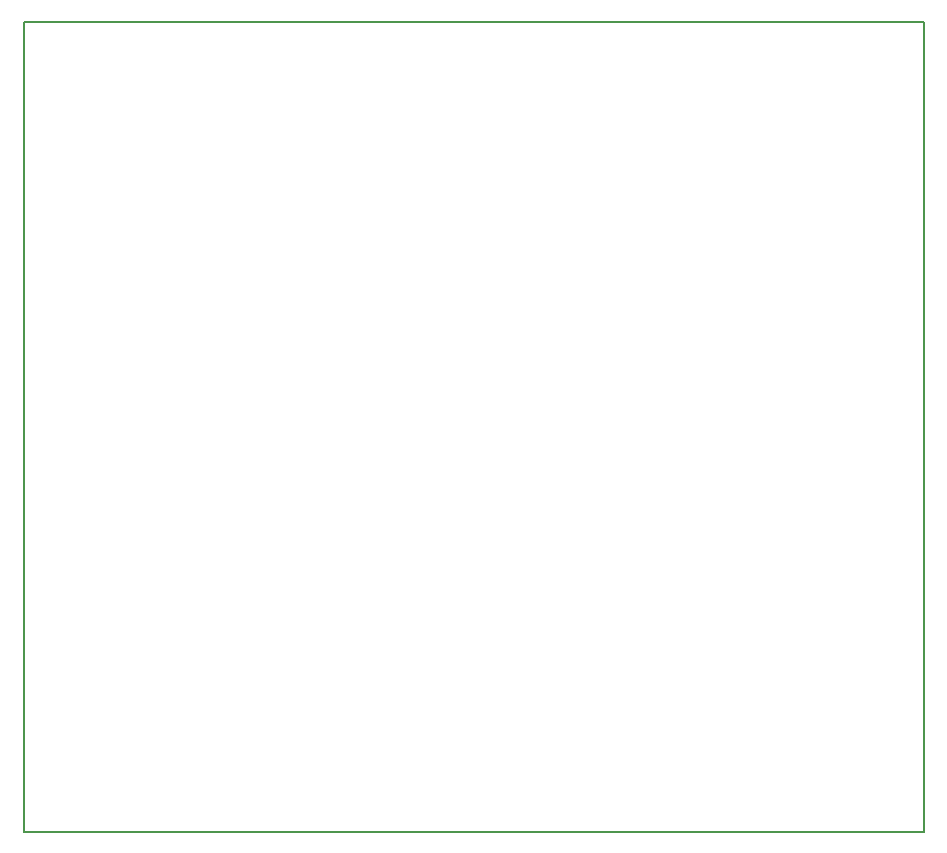
<source format=gbr>
%TF.GenerationSoftware,KiCad,Pcbnew,7.0.10*%
%TF.CreationDate,2024-03-08T11:24:00-05:00*%
%TF.ProjectId,TrumpetMelody,5472756d-7065-4744-9d65-6c6f64792e6b,rev?*%
%TF.SameCoordinates,Original*%
%TF.FileFunction,Profile,NP*%
%FSLAX46Y46*%
G04 Gerber Fmt 4.6, Leading zero omitted, Abs format (unit mm)*
G04 Created by KiCad (PCBNEW 7.0.10) date 2024-03-08 11:24:00*
%MOMM*%
%LPD*%
G01*
G04 APERTURE LIST*
%TA.AperFunction,Profile*%
%ADD10C,0.200000*%
%TD*%
G04 APERTURE END LIST*
D10*
X147320000Y-45720000D02*
X223520000Y-45720000D01*
X223520000Y-114300000D01*
X147320000Y-114300000D01*
X147320000Y-45720000D01*
M02*

</source>
